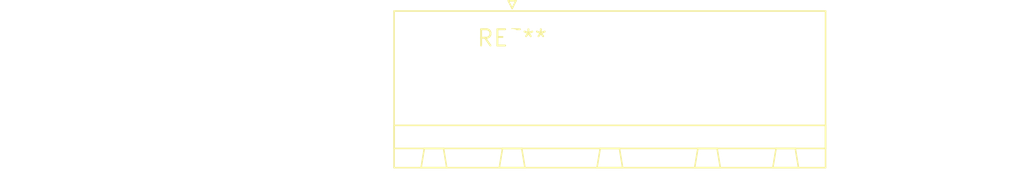
<source format=kicad_pcb>
(kicad_pcb (version 20240108) (generator pcbnew)
  (layers (0 "F.Cu" signal) (31 "B.Cu" signal) (34 "B.Paste" user) (35 "F.Paste" user) (36 "B.SilkS" user "B.Silkscreen") (37 "F.SilkS" user "F.Silkscreen") (38 "B.Mask" user) (39 "F.Mask" user) (44 "Edge.Cuts" user))
  (net 0 "")
  (footprint "PhoenixContact_GMSTB_2,5_3-GF-7,62_1x03_P7.62mm_Horizontal_ThreadedFlange" (layer "F.Cu") (at 0 0)
    (property "Reference" "REF**")
    (property "Value" "PhoenixContact_GMSTB_2,5_3-GF-7,62_1x03_P7.62mm_Horizontal_ThreadedFlange")
    (fp_line (start -9.21 -2.11) (end -9.21 10.11) (layer "F.SilkS") (stroke (width 0.12)))
    (fp_line (start -9.21 6.81) (end 24.45 6.81) (layer "F.SilkS") (stroke (width 0.12)))
    (fp_line (start -9.21 8.61) (end -9.21 6.81) (layer "F.SilkS") (stroke (width 0.12)))
    (fp_line (start -9.21 10.11) (end 24.45 10.11) (layer "F.SilkS") (stroke (width 0.12)))
    (fp_line (start -7.1 10.11) (end -5.1 10.11) (layer "F.SilkS") (stroke (width 0.12)))
    (fp_line (start -6.85 8.61) (end -7.1 10.11) (layer "F.SilkS") (stroke (width 0.12)))
    (fp_line (start -5.35 8.61) (end -6.85 8.61) (layer "F.SilkS") (stroke (width 0.12)))
    (fp_line (start -5.1 10.11) (end -5.35 8.61) (layer "F.SilkS") (stroke (width 0.12)))
    (fp_line (start -1 10.11) (end 1 10.11) (layer "F.SilkS") (stroke (width 0.12)))
    (fp_line (start -0.75 8.61) (end -1 10.11) (layer "F.SilkS") (stroke (width 0.12)))
    (fp_line (start -0.3 -2.91) (end 0.3 -2.91) (layer "F.SilkS") (stroke (width 0.12)))
    (fp_line (start 0 -2.31) (end -0.3 -2.91) (layer "F.SilkS") (stroke (width 0.12)))
    (fp_line (start 0.3 -2.91) (end 0 -2.31) (layer "F.SilkS") (stroke (width 0.12)))
    (fp_line (start 0.75 8.61) (end -0.75 8.61) (layer "F.SilkS") (stroke (width 0.12)))
    (fp_line (start 1 10.11) (end 0.75 8.61) (layer "F.SilkS") (stroke (width 0.12)))
    (fp_line (start 6.62 10.11) (end 8.62 10.11) (layer "F.SilkS") (stroke (width 0.12)))
    (fp_line (start 6.87 8.61) (end 6.62 10.11) (layer "F.SilkS") (stroke (width 0.12)))
    (fp_line (start 8.37 8.61) (end 6.87 8.61) (layer "F.SilkS") (stroke (width 0.12)))
    (fp_line (start 8.62 10.11) (end 8.37 8.61) (layer "F.SilkS") (stroke (width 0.12)))
    (fp_line (start 14.24 10.11) (end 16.24 10.11) (layer "F.SilkS") (stroke (width 0.12)))
    (fp_line (start 14.49 8.61) (end 14.24 10.11) (layer "F.SilkS") (stroke (width 0.12)))
    (fp_line (start 15.99 8.61) (end 14.49 8.61) (layer "F.SilkS") (stroke (width 0.12)))
    (fp_line (start 16.24 10.11) (end 15.99 8.61) (layer "F.SilkS") (stroke (width 0.12)))
    (fp_line (start 20.34 10.11) (end 22.34 10.11) (layer "F.SilkS") (stroke (width 0.12)))
    (fp_line (start 20.59 8.61) (end 20.34 10.11) (layer "F.SilkS") (stroke (width 0.12)))
    (fp_line (start 22.09 8.61) (end 20.59 8.61) (layer "F.SilkS") (stroke (width 0.12)))
    (fp_line (start 22.34 10.11) (end 22.09 8.61) (layer "F.SilkS") (stroke (width 0.12)))
    (fp_line (start 24.45 -2.11) (end -9.21 -2.11) (layer "F.SilkS") (stroke (width 0.12)))
    (fp_line (start 24.45 6.81) (end 24.45 8.61) (layer "F.SilkS") (stroke (width 0.12)))
    (fp_line (start 24.45 8.61) (end -9.21 8.61) (layer "F.SilkS") (stroke (width 0.12)))
    (fp_line (start 24.45 10.11) (end 24.45 -2.11) (layer "F.SilkS") (stroke (width 0.12)))
    (pad "1" thru_hole roundrect (at 0 0) (size 2.1 3.6) (drill 1.4) (layers *.Cu *.Mask) (remove_unused_layers) (roundrect_rratio 0.119048))
    (pad "2" thru_hole oval (at 7.62 0) (size 2.1 3.6) (drill 1.4) (layers *.Cu *.Mask) (remove_unused_layers))
    (pad "3" thru_hole oval (at 15.24 0) (size 2.1 3.6) (drill 1.4) (layers *.Cu *.Mask) (remove_unused_layers))
  )
)
</source>
